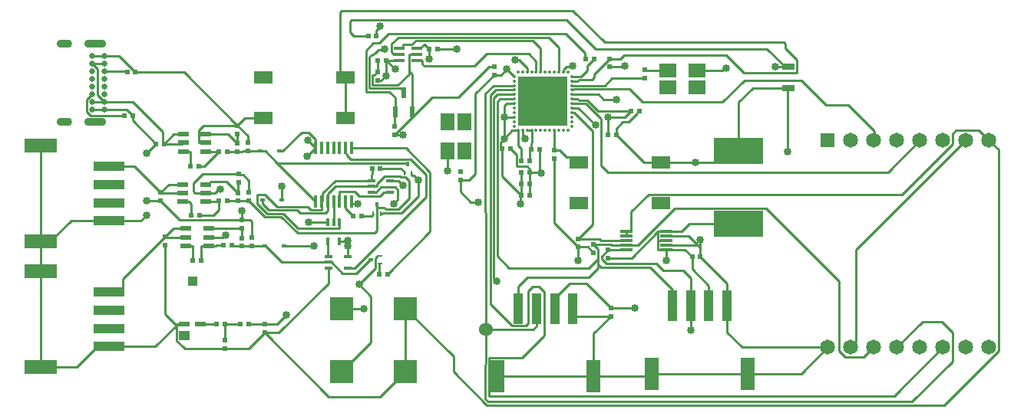
<source format=gbr>
%TF.GenerationSoftware,Altium Limited,Altium Designer,24.10.1 (45)*%
G04 Layer_Physical_Order=1*
G04 Layer_Color=255*
%FSLAX45Y45*%
%MOMM*%
%TF.SameCoordinates,2EBBFB3B-01A8-4DF5-8D17-AA19E7DB42BB*%
%TF.FilePolarity,Positive*%
%TF.FileFunction,Copper,L1,Top,Signal*%
%TF.Part,Single*%
G01*
G75*
%TA.AperFunction,SMDPad,CuDef*%
%ADD10R,2.10000X1.40000*%
%ADD11R,0.55000X0.55000*%
%ADD12R,1.00000X1.00000*%
%ADD13R,1.25000X0.50000*%
%ADD14R,1.25000X1.00000*%
%ADD15R,0.62000X0.62000*%
%ADD16R,0.62000X0.62000*%
%ADD17R,1.50000X3.60000*%
%ADD18R,1.00000X3.40000*%
%ADD19R,1.40000X0.30000*%
%ADD20R,5.50000X2.95000*%
%ADD21O,0.35000X0.50000*%
%ADD22O,0.50000X0.35000*%
%ADD23R,5.40000X5.40000*%
%ADD24R,1.20000X0.40000*%
%ADD25R,0.55000X0.55000*%
%ADD26R,0.60000X1.25000*%
%ADD27R,1.90000X1.50000*%
%ADD28R,1.50000X1.90000*%
%ADD29R,1.45000X0.75000*%
%ADD30R,2.50000X2.50000*%
%ADD31R,1.20000X0.60000*%
%ADD32R,0.60000X0.46000*%
%ADD33R,0.28000X0.50000*%
%ADD34R,0.36000X0.50000*%
%ADD35R,0.85000X0.40000*%
%ADD36R,0.45000X1.47500*%
%ADD37R,0.40000X0.85000*%
%ADD38R,0.50000X0.36000*%
%ADD39R,0.50000X0.28000*%
%ADD40R,3.60000X1.50000*%
%ADD41R,3.40000X1.00000*%
%TA.AperFunction,Conductor*%
%ADD42C,0.25400*%
%TA.AperFunction,ComponentPad*%
%ADD43C,1.65000*%
%ADD44R,1.65000X1.65000*%
%TA.AperFunction,ViaPad*%
%ADD45C,1.52400*%
%TA.AperFunction,ComponentPad*%
%ADD46C,0.65000*%
%ADD47O,1.70000X0.90000*%
%ADD48O,2.40000X0.90000*%
%TA.AperFunction,ViaPad*%
%ADD49C,0.85000*%
%ADD50C,0.50000*%
D10*
X9755002Y5335001D02*
D03*
X8845001D02*
D03*
X9755002Y4884999D02*
D03*
X8845001D02*
D03*
X5365003Y5825002D02*
D03*
X6275004D02*
D03*
X5365003Y6275004D02*
D03*
X6275004D02*
D03*
D11*
X5130002Y4609998D02*
D03*
Y4700001D02*
D03*
X9010000Y4425000D02*
D03*
Y4334998D02*
D03*
X9169999Y4369999D02*
D03*
Y4280002D02*
D03*
X8840003Y4489999D02*
D03*
Y4400001D02*
D03*
X8570001Y5379999D02*
D03*
Y5470002D02*
D03*
X9180000Y6479997D02*
D03*
Y6390000D02*
D03*
X9570002Y6265001D02*
D03*
Y6354999D02*
D03*
X7540000Y5139998D02*
D03*
Y5230000D02*
D03*
X6812885Y5732861D02*
D03*
Y5642859D02*
D03*
X5084542Y4908499D02*
D03*
Y4998502D02*
D03*
X5090002Y5115003D02*
D03*
Y5205000D02*
D03*
X5080803Y5455498D02*
D03*
Y5545501D02*
D03*
Y5651800D02*
D03*
Y5741802D02*
D03*
X5130002Y4500001D02*
D03*
Y4409999D02*
D03*
D12*
X4582500Y4025001D02*
D03*
D13*
X4494997Y3550001D02*
D03*
X4669998D02*
D03*
D14*
X4494997Y3424997D02*
D03*
D15*
X5240000Y4502003D02*
D03*
Y4409999D02*
D03*
X4940000Y3277997D02*
D03*
Y3370001D02*
D03*
X5379999Y3545997D02*
D03*
Y3453999D02*
D03*
X9200002Y3633998D02*
D03*
Y3726002D02*
D03*
X7910002Y6304001D02*
D03*
Y6395999D02*
D03*
X6622882Y6333861D02*
D03*
Y6241857D02*
D03*
X4232102Y5000498D02*
D03*
Y4908499D02*
D03*
X5204963Y5000498D02*
D03*
Y4908499D02*
D03*
X5195103Y5553400D02*
D03*
Y5461401D02*
D03*
X4280002Y4418000D02*
D03*
Y4509999D02*
D03*
D16*
X5114000Y3550001D02*
D03*
X5205999D02*
D03*
X4940000D02*
D03*
X4848001D02*
D03*
X10185999Y4289999D02*
D03*
X10094001D02*
D03*
X8410001Y5476276D02*
D03*
X8318002D02*
D03*
X9418001Y5900000D02*
D03*
X9510000D02*
D03*
X9164000Y5639999D02*
D03*
X9255999D02*
D03*
X8299999Y5100000D02*
D03*
X8208000D02*
D03*
X8299999Y4974575D02*
D03*
X8208000D02*
D03*
X8213999Y5350850D02*
D03*
X8305998D02*
D03*
X7997998Y5490002D02*
D03*
X8090002D02*
D03*
X6628882Y6463284D02*
D03*
X6720886D02*
D03*
X8212003Y5225425D02*
D03*
X8304002D02*
D03*
X4656902Y5291501D02*
D03*
X4564898D02*
D03*
X4663902Y4751974D02*
D03*
X4571898D02*
D03*
X4873112Y4908499D02*
D03*
X4965116D02*
D03*
X4877603Y5456601D02*
D03*
X4969601D02*
D03*
X4179900Y5541498D02*
D03*
X4271899D02*
D03*
X4589800Y4254698D02*
D03*
X4681799D02*
D03*
X5016800Y4419798D02*
D03*
X4924801D02*
D03*
D17*
X10710001Y2999999D02*
D03*
X9649998D02*
D03*
X9010000Y2970002D02*
D03*
X7950002D02*
D03*
D18*
X10479999Y3750000D02*
D03*
X10280000D02*
D03*
X10080000D02*
D03*
X9880001D02*
D03*
X8779998Y3720003D02*
D03*
X8579998D02*
D03*
X8379998D02*
D03*
X8179999D02*
D03*
D19*
X9369257Y4569998D02*
D03*
Y4520001D02*
D03*
Y4469999D02*
D03*
Y4420001D02*
D03*
Y4369999D02*
D03*
X9809256D02*
D03*
Y4420001D02*
D03*
Y4469999D02*
D03*
Y4520001D02*
D03*
Y4569998D02*
D03*
D20*
X10610002Y5464998D02*
D03*
Y4655002D02*
D03*
D21*
X8175000Y5690428D02*
D03*
X8225003D02*
D03*
X8275000D02*
D03*
X8325002D02*
D03*
X8375000D02*
D03*
X8425002D02*
D03*
X8475000D02*
D03*
X8525002D02*
D03*
X8574999D02*
D03*
X8625002D02*
D03*
X8674999D02*
D03*
X8725002D02*
D03*
Y6330427D02*
D03*
X8674999D02*
D03*
X8625002D02*
D03*
X8574999D02*
D03*
X8525002D02*
D03*
X8475000D02*
D03*
X8425002D02*
D03*
X8375000D02*
D03*
X8325002D02*
D03*
X8275000D02*
D03*
X8225003D02*
D03*
X8175000D02*
D03*
D22*
X8770000Y5735427D02*
D03*
Y5785424D02*
D03*
Y5835426D02*
D03*
Y5885424D02*
D03*
Y5935426D02*
D03*
Y5985424D02*
D03*
Y6035426D02*
D03*
Y6085423D02*
D03*
Y6135426D02*
D03*
Y6185428D02*
D03*
Y6235426D02*
D03*
Y6285428D02*
D03*
X8130002D02*
D03*
Y6235426D02*
D03*
Y6185428D02*
D03*
Y6135426D02*
D03*
Y6085423D02*
D03*
Y6035426D02*
D03*
Y5985424D02*
D03*
Y5935426D02*
D03*
Y5885424D02*
D03*
Y5835426D02*
D03*
Y5785424D02*
D03*
Y5735427D02*
D03*
D23*
X8450001Y6010427D02*
D03*
D24*
X6867296Y6462857D02*
D03*
Y6527861D02*
D03*
Y6592860D02*
D03*
X7057299D02*
D03*
Y6527861D02*
D03*
Y6462857D02*
D03*
D25*
X6612885Y6727861D02*
D03*
X6522883D02*
D03*
X7287885Y6587861D02*
D03*
X7197882D02*
D03*
X9014999Y6480002D02*
D03*
X8925002D02*
D03*
X6565001Y5270002D02*
D03*
X6654998D02*
D03*
X6645001Y4100002D02*
D03*
X6734998D02*
D03*
X6445001Y4740001D02*
D03*
X6354999D02*
D03*
X3925001Y5850001D02*
D03*
X3834999D02*
D03*
X3954998Y6330000D02*
D03*
X3865001D02*
D03*
D26*
X6817385Y5892861D02*
D03*
X7008383D02*
D03*
X6912884Y6102858D02*
D03*
D27*
X10149998Y6167498D02*
D03*
X9829999D02*
D03*
X10149998Y6352502D02*
D03*
X9829999D02*
D03*
D28*
X7582499Y5779999D02*
D03*
Y5459999D02*
D03*
X7397501Y5779999D02*
D03*
Y5459999D02*
D03*
D29*
X11156914Y6159998D02*
D03*
Y6390000D02*
D03*
D30*
X6230000Y3019999D02*
D03*
Y3719998D02*
D03*
X6929999Y3019999D02*
D03*
Y3719998D02*
D03*
D31*
X4728530Y4902398D02*
D03*
Y4997399D02*
D03*
Y5092400D02*
D03*
X4478528D02*
D03*
Y4997399D02*
D03*
Y4902398D02*
D03*
X4733900Y5456601D02*
D03*
Y5551602D02*
D03*
Y5646603D02*
D03*
X4483903D02*
D03*
Y5551602D02*
D03*
Y5456601D02*
D03*
X4510801Y4413702D02*
D03*
Y4508698D02*
D03*
Y4603699D02*
D03*
X4760798D02*
D03*
Y4508698D02*
D03*
Y4413702D02*
D03*
D32*
X5564998Y4920000D02*
D03*
X5355001D02*
D03*
X5544998Y5459999D02*
D03*
X5335001D02*
D03*
X5595000Y4409999D02*
D03*
X5384998D02*
D03*
D33*
X6920001Y5220000D02*
D03*
X7000001D02*
D03*
X6660002Y4769998D02*
D03*
X6580002D02*
D03*
D34*
X6960001Y5320000D02*
D03*
X6620002Y4869998D02*
D03*
D35*
X6554998Y5135001D02*
D03*
Y5070003D02*
D03*
Y5004999D02*
D03*
X6765000D02*
D03*
Y5135001D02*
D03*
X6085002Y4295003D02*
D03*
Y4229999D02*
D03*
Y4165001D02*
D03*
X6294999D02*
D03*
Y4295003D02*
D03*
D36*
X5945002Y4906198D02*
D03*
X6010001D02*
D03*
X6074999D02*
D03*
X6139998D02*
D03*
X6205002D02*
D03*
X6270000D02*
D03*
X6334999D02*
D03*
Y5493802D02*
D03*
X6270000D02*
D03*
X6205002D02*
D03*
X6139998D02*
D03*
X6074999D02*
D03*
X6010001D02*
D03*
X5945002D02*
D03*
D37*
X6205002Y4675002D02*
D03*
X6139998D02*
D03*
X6074999D02*
D03*
Y4465000D02*
D03*
X6205002D02*
D03*
D38*
X6550000Y4260002D02*
D03*
D39*
X6649999Y4300002D02*
D03*
Y4220002D02*
D03*
D40*
X2910002Y4460001D02*
D03*
Y5519999D02*
D03*
Y3070001D02*
D03*
Y4129999D02*
D03*
D41*
X3659998Y4689998D02*
D03*
Y4889998D02*
D03*
Y5090003D02*
D03*
Y5290002D02*
D03*
Y3299998D02*
D03*
Y3499998D02*
D03*
Y3700003D02*
D03*
Y3900002D02*
D03*
D42*
X11717020Y3248660D02*
Y4018280D01*
X10909300Y4826000D02*
X11717020Y4018280D01*
X10644398Y3290001D02*
X11590000D01*
X7851140Y2755900D02*
X12325899D01*
X12860001Y3290001D01*
X11299739Y2999740D02*
X11590000Y3290001D01*
X12847321Y3573780D02*
X12966701Y3454400D01*
X7843520Y2689860D02*
X12522200D01*
X12966701Y3134360D01*
Y3454400D01*
X9169400Y5227320D02*
X12253321D01*
X12606000Y5579999D01*
X11820000Y5970000D02*
X12104280Y5685720D01*
X11296680Y6243320D02*
X11570000Y5970000D01*
X11820000D01*
X13473201Y3250423D02*
Y5474797D01*
X13367999Y5579999D02*
X13473201Y5474797D01*
X12410440Y4980940D02*
X12966701Y5537200D01*
Y5651861D01*
X13004439Y5689600D02*
X13258398D01*
X12966701Y5651861D02*
X13004439Y5689600D01*
X11904980Y3350981D02*
Y4370979D01*
X13114000Y5579999D01*
X9369257Y4569998D02*
X9423400D01*
Y4792980D01*
X9611360Y4980940D01*
X12410440D01*
X11717020Y3248660D02*
X11785600Y3180080D01*
X11988079D01*
X12098000Y3290001D01*
X12352000D02*
X12635779Y3573780D01*
X12847321D01*
X11844000Y3290001D02*
X11904980Y3350981D01*
X12104280Y5586279D02*
Y5685720D01*
X12098000Y5579999D02*
X12104280Y5586279D01*
X13258398Y5689600D02*
X13367999Y5579999D01*
X8767483Y6392776D02*
X8778887Y6404180D01*
X8701141Y6753860D02*
X8910202Y6544799D01*
X8710000Y6910000D02*
X9030000Y6590000D01*
X12877235Y2654463D02*
X13473201Y3250423D01*
X7828859Y2654463D02*
X12877235D01*
X7460981Y3022341D02*
X7828859Y2654463D01*
X7460981Y3022341D02*
Y3189016D01*
X6929999Y3719998D02*
X7460981Y3189016D01*
X10673080Y6243320D02*
X11296680D01*
X10429555Y5999795D02*
X10673080Y6243320D01*
X9550205Y5999795D02*
X10429555D01*
X9404772Y6145228D02*
X9550205Y5999795D01*
X8789900Y6145228D02*
X9404772D01*
X8780098Y6135426D02*
X8789900Y6145228D01*
X8770000Y6135426D02*
X8780098D01*
X9093200Y5303520D02*
X9169400Y5227320D01*
X9093200Y5303520D02*
Y5814060D01*
X8921836Y5985424D02*
X9093200Y5814060D01*
X8770000Y5985424D02*
X8921836D01*
X7815580Y2717800D02*
X7820000Y3490000D01*
X7815580Y2717800D02*
X7843520Y2689860D01*
X10710001Y2999740D02*
X11299739D01*
X7928508Y6135426D02*
X8130002D01*
X7870000Y6076917D02*
X7928508Y6135426D01*
X7870000Y3764592D02*
Y6076917D01*
Y3764592D02*
X8107294Y3527298D01*
X8259526D01*
X8288228Y3556000D01*
Y3911600D01*
X8339028Y3962400D01*
X8405104D01*
X8463280Y3904224D01*
Y3423920D02*
Y3904224D01*
X8214360Y3175000D02*
X8463280Y3423920D01*
X7851140Y3175000D02*
X8214360D01*
X7851140Y2755900D02*
Y3175000D01*
X10479999Y3454400D02*
Y3750000D01*
Y3454400D02*
X10644398Y3290001D01*
X9906000Y4826000D02*
X10909300D01*
X9500001Y4420001D02*
X9906000Y4826000D01*
X9369257Y4420001D02*
X9500001D01*
X9164320Y5831840D02*
X9349841D01*
X9116862Y6030000D02*
X9260000D01*
X9208355Y6265001D02*
X9570002D01*
X9128782Y6185428D02*
X9208355Y6265001D01*
X8770000Y6185428D02*
X9128782D01*
X10479999Y3750000D02*
Y3995999D01*
X7950002Y2970002D02*
X9010000D01*
X8839754Y5935426D02*
X9027160Y5748020D01*
X8937308Y6020824D02*
X9058132Y5900000D01*
X8847703Y6020824D02*
X8937308D01*
X8793587Y5885424D02*
X8999220Y5679791D01*
X8770000Y5885424D02*
X8793587D01*
X8770000Y6085423D02*
X9061438D01*
X9116862Y6030000D01*
X8833100Y6035426D02*
X8847703Y6020824D01*
X8770000Y6035426D02*
X8833100D01*
X9011882Y6311880D02*
X9180000Y6479997D01*
X9011882Y6273528D02*
Y6311880D01*
X8988382Y6250028D02*
X9011882Y6273528D01*
X9030000Y6590000D02*
X10921913D01*
X6663543Y6241857D02*
X6720886Y6289863D01*
Y6463284D01*
X6693796Y6578596D02*
X6705200Y6590000D01*
X6650000Y6830576D02*
Y6840000D01*
X9755002Y5335001D02*
X10129520D01*
X9560997D02*
X9755002D01*
X8787699Y5392298D02*
X8845001Y5335001D01*
X8713302Y5392298D02*
X8787699D01*
X8635599Y5470002D02*
X8713302Y5392298D01*
X8570001Y5470002D02*
X8635599D01*
X9255999Y5639999D02*
X9560997Y5335001D01*
X5204963Y5000498D02*
Y5134963D01*
X5144081Y5195845D02*
X5204963Y5134963D01*
X7540000Y5010000D02*
Y5139998D01*
X7652880Y4897120D02*
X7737881D01*
X7540000Y5010000D02*
X7652880Y4897120D01*
X7540000Y5139998D02*
X7629998D01*
X7698740Y5208740D01*
Y6092739D01*
X7910002Y6304001D01*
X5087272Y5112272D02*
X5090002Y5115003D01*
X5087272Y5001232D02*
Y5112272D01*
X5084542Y4998502D02*
X5087272Y5001232D01*
X5089455Y5205547D02*
X5099158Y5195845D01*
X4695007Y5205547D02*
X5089455D01*
X4592601Y5103141D02*
X4695007Y5205547D01*
X4592601Y5012278D02*
Y5103141D01*
Y5012278D02*
X4607480Y4997399D01*
X4728530D01*
X5099158Y5195845D02*
X5144081D01*
X4728530Y4997399D02*
X4831272D01*
X8020000Y5600000D02*
X8110428Y5690428D01*
X8175000D01*
X8025426Y5835426D02*
X8130002D01*
X8020000Y5830000D02*
X8025426Y5835426D01*
X8045424Y5985424D02*
X8130002D01*
X8020000Y5960000D02*
X8045424Y5985424D01*
X8020000Y5830000D02*
Y5960000D01*
X9164000Y5639999D02*
Y5831840D01*
X9806940Y4246880D02*
Y4369999D01*
X7000001Y5194107D02*
X7020753D01*
X8020000Y5600000D02*
Y5830000D01*
X7980000Y5555321D02*
X8020000Y5595321D01*
Y5600000D01*
X7980000Y5507999D02*
X7997998Y5490002D01*
X7980000Y5507999D02*
Y5555321D01*
X4873112Y4813112D02*
Y4908499D01*
X4663902Y4751974D02*
X4811974D01*
X4873112Y4813112D01*
X4858771Y4902398D02*
X4873112Y4908499D01*
X4831272Y4997399D02*
X4873872Y5040000D01*
X4890000D01*
X4758530Y5092400D02*
X4775830Y5109700D01*
Y5111000D01*
X4790709Y5125880D02*
X4957164D01*
X5084542Y4998502D01*
X4728530Y5092400D02*
X4758530D01*
X4775830Y5111000D02*
X4790709Y5125880D01*
X4760798Y4508698D02*
X4912570D01*
X4933872Y4530000D01*
X4950000D01*
X4232102Y4908499D02*
X4440601Y4700001D01*
X5130002D01*
X6605935Y6550055D02*
X6634476Y6578596D01*
X6693796D01*
X6533037Y6502557D02*
X6601697Y6546641D01*
X6605935Y6550055D01*
X6578600Y6651650D02*
X6641490D01*
X6743700Y6753860D01*
X6497635Y6570685D02*
X6578600Y6651650D01*
X6612885Y6793461D02*
X6650000Y6830576D01*
X6612885Y6727861D02*
Y6793461D01*
X6497635Y6116635D02*
Y6570685D01*
X6320000Y6770000D02*
X6362139Y6727861D01*
X6334879Y6910000D02*
X8710000D01*
X6320000Y6770000D02*
Y6895121D01*
X6362139Y6727861D02*
X6522883D01*
X6320000Y6895121D02*
X6334879Y6910000D01*
X5130002Y4700001D02*
X5225121D01*
X5240000Y4685122D01*
Y4502003D02*
Y4685122D01*
X5130001Y4700002D02*
Y4799999D01*
X5130000Y4800000D02*
X5130001Y4799999D01*
Y4700002D02*
X5130002Y4700001D01*
X5567499Y4924499D02*
X5571998Y4920000D01*
X5567499Y4924499D02*
Y5067499D01*
X5570000Y5070000D01*
X6205002Y4465000D02*
X6294999D01*
X8306714Y5222713D02*
X8427287D01*
X8304002Y5225425D02*
X8306714Y5222713D01*
X8427287D02*
X8430000Y5220000D01*
X8410001Y5256127D02*
X8430000Y5236128D01*
Y5220000D02*
Y5236128D01*
X8410001Y5256127D02*
Y5476276D01*
X8204000Y4884000D02*
Y4970575D01*
X8208000Y4974575D01*
X8200000Y4880000D02*
X8204000Y4884000D01*
X8175000Y5522570D02*
Y5685526D01*
X7908895Y4049425D02*
Y6048894D01*
X7945424Y6085423D02*
X8130002D01*
X7908895Y6048894D02*
X7945424Y6085423D01*
X7908895Y4049425D02*
X7934960Y4023360D01*
X7975426Y6035426D02*
X8130002D01*
X7944297Y6004297D02*
X7975426Y6035426D01*
X7944297Y4299702D02*
Y6004297D01*
Y4299702D02*
X8078399Y4165600D01*
X7815580Y6093460D02*
X7820000Y3490000D01*
X7815580Y6093460D02*
X7907548Y6185428D01*
X6597700Y4167699D02*
Y4273241D01*
X6420000Y3990000D02*
X6597700Y4167699D01*
Y4273241D02*
X6624460Y4300002D01*
X6420000Y3990000D02*
X6553200Y3856800D01*
Y3343199D02*
Y3856800D01*
X6230000Y3019999D02*
X6553200Y3343199D01*
X9094531Y4469999D02*
X9369257D01*
X9074529Y4490000D02*
X9094531Y4469999D01*
X8840004Y4490000D02*
X9074529D01*
X8840003Y4489999D02*
X8840004Y4490000D01*
X9366957Y4472299D02*
X9369257Y4469999D01*
X8840004Y4490000D02*
X8999220Y4649216D01*
X9185000Y6395000D02*
X9345000D01*
X9350000Y6400000D01*
X9180000Y6390000D02*
X9185000Y6395000D01*
X6210300Y6275004D02*
Y6995121D01*
X9180000Y6479997D02*
X9299606D01*
X8847703Y6250028D02*
X8988382D01*
X8833100Y6235426D02*
X8847703Y6250028D01*
X8770000Y6235426D02*
X8833100D01*
X9299606Y6479997D02*
X9342329Y6522720D01*
X10467340D01*
X10668000Y6322060D01*
X11252200D01*
Y6467800D01*
X11120000Y6600000D02*
X11252200Y6467800D01*
X11120000Y6600000D02*
Y6645121D01*
X11105121Y6660000D02*
X11120000Y6645121D01*
X9130000Y6660000D02*
X11105121D01*
X8780000Y7010000D02*
X9130000Y6660000D01*
X6225179Y7010000D02*
X8780000D01*
X6210300Y6995121D02*
X6225179Y7010000D01*
X6210300Y6275004D02*
X6275004D01*
X9349841Y5831840D02*
X9418001Y5900000D01*
X9058132D02*
X9418001D01*
X9491700Y5881700D02*
X9510000Y5900000D01*
X9491700Y5879596D02*
Y5881700D01*
X9396452Y5784348D02*
X9491700Y5879596D01*
X9331248Y5784348D02*
X9396452D01*
X9255999Y5709099D02*
X9331248Y5784348D01*
X9255999Y5639999D02*
Y5709099D01*
X9572499Y6352502D02*
X9829999D01*
X9570002Y6354999D02*
X9572499Y6352502D01*
X10428874D02*
X10453871Y6377498D01*
X10149998Y6352502D02*
X10428874D01*
X10453871Y6377498D02*
X10469999D01*
X8870099Y6285428D02*
X8935149Y6350478D01*
Y6400152D01*
X9014999Y6480002D01*
X8770000Y6285428D02*
X8870099D01*
X8910202Y6494802D02*
Y6544799D01*
Y6494802D02*
X8925002Y6480002D01*
X6743700Y6753860D02*
X8701141D01*
X6497635Y6116635D02*
X6753545D01*
X6817385Y6052795D01*
Y5892861D02*
Y6052795D01*
X11150000Y5450000D02*
Y6153083D01*
X11156914Y6159998D01*
X10769600D02*
X11156914D01*
X10921913Y6590000D02*
X11121913Y6390000D01*
X8709764Y6392776D02*
X8767483D01*
X8676836Y6359848D02*
X8709764Y6392776D01*
X8676836Y6333726D02*
Y6359848D01*
X8674999Y6331890D02*
X8676836Y6333726D01*
X11010000Y6390000D02*
X11121913D01*
X8674999Y6330427D02*
Y6331890D01*
X9806940Y4369999D02*
X9809256D01*
X9715500D02*
X9806940D01*
X9715500Y4469999D02*
Y4569998D01*
Y4369999D02*
Y4469999D01*
X6720886Y6463284D02*
X6721312Y6462857D01*
X6819555Y6364615D01*
X10609580Y5464998D02*
Y5999978D01*
X6972300Y6309360D02*
Y6345443D01*
X7008383Y5838358D02*
X7227926Y6057900D01*
X6812885Y5642859D02*
X7008383Y5838358D01*
X10185999Y4392402D02*
Y4478020D01*
X10158400Y4420001D02*
X10185999Y4392402D01*
X10058400Y4520001D02*
X10158400Y4420001D01*
X9649998Y2999740D02*
X10710001D01*
X6334999Y4879340D02*
X6408420D01*
X5867400Y4676140D02*
X6074999D01*
X4387601Y3550001D02*
X4425396D01*
X4409801Y3534405D02*
X4425396Y3550001D01*
X4175394Y3299998D02*
X4409801Y3534405D01*
X5205999Y3550001D02*
X5513421D01*
X5509417Y3545997D02*
X5513421Y3550001D01*
X7119996Y6420526D02*
Y6462857D01*
X6906260Y6592860D02*
Y6637020D01*
X6620002Y4838700D02*
X6695440D01*
X6620002Y4580382D02*
Y4838700D01*
X5354320Y4876800D02*
Y4920000D01*
X3536376Y6081136D02*
X3614044Y6003468D01*
X3929715Y5999998D02*
X4253601Y5676113D01*
X3926246Y6003468D02*
X3929715Y5999998D01*
X9060200Y4267200D02*
Y4374799D01*
Y4211300D02*
Y4267200D01*
Y4165600D02*
Y4211300D01*
X6294999Y4465000D02*
Y4471899D01*
Y4409999D02*
Y4465000D01*
Y4295003D02*
Y4409999D01*
X6230000Y3721100D02*
X6471920D01*
X8840003Y4246880D02*
Y4400001D01*
X9200002Y3726002D02*
X9466580D01*
X6622882Y6241857D02*
X6663543D01*
X6334999Y5493802D02*
X6940555D01*
X7205721Y5228636D01*
Y4570725D02*
Y5228636D01*
X6734998Y4100002D02*
X7205721Y4570725D01*
X6270000Y5442549D02*
Y5493802D01*
Y5442549D02*
X6289797Y5422753D01*
Y5410647D02*
Y5422753D01*
Y5410647D02*
X6332748Y5367701D01*
X6987921D01*
X7160001Y5195621D01*
Y4950003D02*
Y5195621D01*
X6374999Y4165001D02*
X7160001Y4950003D01*
X6294999Y4165001D02*
X6374999D01*
X3659998Y3299998D02*
X4175394D01*
X5379999Y3453999D02*
X5538059D01*
X6085002Y4000942D01*
Y4165001D01*
X6662420Y5059680D02*
X6819900D01*
X9809256Y4420001D02*
X10158400D01*
X10185999Y4289999D02*
Y4392402D01*
X9809256Y4520001D02*
X10058400D01*
X6074999Y4675002D02*
Y4676140D01*
X10480004Y5335001D02*
X10610002Y5464998D01*
X10129520Y5335001D02*
X10480004D01*
X8225003Y5625617D02*
Y5690428D01*
Y5625617D02*
X8255000Y5595620D01*
X5379999Y3545997D02*
X5509417D01*
X5513421Y3550001D02*
X5615940Y3652520D01*
X8999220Y4649216D02*
Y5679791D01*
X7197882Y6474938D02*
Y6587861D01*
X8275000Y6330427D02*
Y6375720D01*
X8181340Y6469380D02*
X8275000Y6375720D01*
X8138160Y6469380D02*
X8181340D01*
X8770000Y5935426D02*
X8839754D01*
X5854400Y5584403D02*
X5945002Y5493802D01*
X6765000Y5135001D02*
X6854642D01*
X6906372Y5083272D01*
X6230000Y3719998D02*
Y3721100D01*
X6533037Y6152037D02*
Y6502557D01*
Y6152037D02*
X6882247D01*
X6912884Y6121400D01*
Y6102858D02*
Y6121400D01*
X7397501Y5237480D02*
Y5459999D01*
X6804660Y4879340D02*
X6850380Y4925060D01*
X6819900Y5059680D02*
X6850380Y5029200D01*
X6554998Y5004999D02*
X6607739D01*
X6662420Y5059680D01*
X6812885Y5642859D02*
X6908800D01*
X6334999Y4879340D02*
Y4906198D01*
X6850380Y4925060D02*
Y5029200D01*
X6660002Y4769998D02*
X6692336Y4778736D01*
X6891853D01*
X7073900Y4960783D01*
Y5140960D01*
X7000001Y5194107D02*
Y5220000D01*
X7020753Y5194107D02*
X7073900Y5140960D01*
X6554998Y5070003D02*
X6621780D01*
Y5095240D01*
X6705600Y5179060D01*
X6875780D01*
X6883400Y5171440D01*
X6934200D01*
X6977380Y5128260D01*
Y4938598D02*
Y5128260D01*
X6852920Y4814138D02*
X6977380Y4938598D01*
X6720002Y4814138D02*
X6852920D01*
X6695440Y4838700D02*
X6720002Y4814138D01*
X6620002Y4838700D02*
Y4869998D01*
X6593840Y4554220D02*
X6620002Y4580382D01*
X5742940Y4554220D02*
X6593840D01*
X5562600Y4734560D02*
X5742940Y4554220D01*
X5378902Y4734560D02*
X5562600D01*
X5204963Y4908499D02*
X5378902Y4734560D01*
X5595000Y4409999D02*
X5924398D01*
X6812885Y5888360D02*
X6817385Y5892861D01*
X6812885Y5732861D02*
Y5888360D01*
X7287885Y6587861D02*
X7496642D01*
X8179999Y3720003D02*
Y3962400D01*
X8281599Y4064000D01*
X8958600D01*
X9060200Y4165600D01*
X8078399D02*
X8958600D01*
X9060200Y4267200D01*
X9010000Y4425000D02*
X9060200Y4374799D01*
X4253601Y5559801D02*
X4271899Y5541498D01*
X3610574Y5999998D02*
X3929715D01*
X6867296Y6592860D02*
X6906260D01*
Y6637020D02*
X7000240D01*
X7045777Y6682557D01*
X8338825D01*
X8425002Y6596380D01*
Y6330427D02*
Y6596380D01*
X4498340Y3277997D02*
X4940000D01*
X4476339Y3299998D02*
X4498340Y3277997D01*
X4475394Y3299998D02*
X4476339D01*
X4409801Y3365597D02*
X4475394Y3299998D01*
X4409801Y3365597D02*
Y3534405D01*
X4425396Y3550001D02*
X4494997D01*
X4280002Y3657600D02*
Y4418000D01*
Y3657600D02*
X4387601Y3550001D01*
X7910002Y6304001D02*
X7990200D01*
X8050814Y6364615D01*
X8213999Y5350850D02*
Y5483570D01*
X8175000Y5522570D02*
X8213999Y5483570D01*
X9715500Y4469999D02*
X9809256D01*
X9715500Y4569998D02*
X9809256D01*
X6807200Y6527861D02*
X6867296D01*
X6781800Y6553261D02*
X6807200Y6527861D01*
X6781800Y6553261D02*
Y6647180D01*
X6852580Y6717960D01*
X8511042D01*
X8625002Y6604000D01*
Y6330427D02*
Y6604000D01*
X6721312Y6462857D02*
X6867296D01*
X8375000Y6330427D02*
Y6453520D01*
X8293938Y6534582D02*
X8375000Y6453520D01*
X7829982Y6534582D02*
X8293938D01*
X7696200Y6400800D02*
X7829982Y6534582D01*
X7139722Y6400800D02*
X7696200D01*
X7119996Y6420526D02*
X7139722Y6400800D01*
X7057299Y6462857D02*
X7119996D01*
X6972300Y6345443D02*
Y6527861D01*
Y6345443D02*
X7008383Y6309360D01*
Y5892861D02*
Y6309360D01*
X6972300Y6527861D02*
X7057299D01*
X6850380Y6187440D02*
X6972300Y6309360D01*
X6568440Y6187440D02*
X6850380D01*
X6568440D02*
Y6296660D01*
X6585682D01*
X6622882Y6333861D01*
X8050814Y6364615D02*
X8130002Y6285428D01*
X7008383Y5838358D02*
Y5892861D01*
X7057299Y6592860D02*
X7095724D01*
X7144304Y6641440D01*
X7197882Y6587861D01*
X5164003Y5825002D02*
X5365003D01*
X5080803Y5741802D02*
X5164003Y5825002D01*
X7227926Y6057900D02*
X7513320D01*
X7851419Y6395999D01*
X7910002D01*
X6628882Y6399179D02*
Y6463284D01*
X6622882Y6393180D02*
X6628882Y6399179D01*
X6622882Y6333861D02*
Y6393180D01*
X8208000Y4974575D02*
Y5100000D01*
X8570001Y4670003D02*
X8840003Y4400001D01*
X8570001Y4670003D02*
Y5379999D01*
X8840003Y4400001D02*
X8944996D01*
X9010000Y4334998D01*
X7997998Y5184577D02*
X8208000Y4974575D01*
X7997998Y5184577D02*
Y5490002D01*
X8208000Y5100000D02*
X8212003Y5104003D01*
Y5225425D01*
X9809256Y4369999D02*
X10014001D01*
X10094001Y4289999D01*
X8926002Y4000002D02*
X9200002Y3726002D01*
X8739998Y4000002D02*
X8926002D01*
X8579998Y3840002D02*
X8739998Y4000002D01*
X8579998Y3720003D02*
Y3840002D01*
X9169999Y4280002D02*
X9425503D01*
X9715500Y4569998D01*
X10094001Y4157939D02*
Y4289999D01*
Y4157939D02*
X10280000Y3971940D01*
Y3750000D02*
Y3971940D01*
X9809256Y4569998D02*
X9975952D01*
X10060955Y4655002D01*
X10610002D01*
X6205002Y4607560D02*
Y4675002D01*
X5744647Y4607560D02*
X6205002D01*
X5581401Y4770806D02*
X5744647Y4607560D01*
X5406974Y4770806D02*
X5581401D01*
X5300980Y4876800D02*
X5406974Y4770806D01*
X5300980Y4876800D02*
Y4975860D01*
X5384800D01*
X5514340Y4846320D01*
X5854700D01*
X5892800Y4808220D01*
X6010001D01*
Y4906198D01*
X6019480Y4915682D01*
Y4993630D01*
X6160851Y5135001D01*
X6554998D01*
Y5196840D01*
X6565001Y5206843D01*
Y5270002D01*
X6139998Y4675002D02*
Y4906198D01*
X6270000Y4824999D02*
Y4906198D01*
Y4824999D02*
X6354999Y4740001D01*
X6205002Y4906198D02*
Y5011420D01*
X6375400D01*
X6426200Y4960620D01*
X6648521D01*
X6692900Y5004999D01*
X6765000D01*
X6082299Y4295003D02*
X6085002D01*
X6074999Y4302303D02*
X6082299Y4295003D01*
X6074999Y4302303D02*
Y4465000D01*
X2910002Y3070001D02*
Y4129999D01*
Y4460001D01*
Y5519999D01*
Y3070001D02*
X3310001D01*
X3539998Y3299998D01*
X3659998D01*
X2910002Y4460001D02*
X3015000D01*
X3245002Y4689998D01*
X3659998D01*
X4940000Y3277997D02*
X5203998D01*
X5379999Y3453999D01*
X3659998Y4689998D02*
X4013601D01*
X4074201Y4750598D01*
Y5435798D02*
X4179900Y5541498D01*
X4074201Y4908499D02*
X4232102D01*
X5379999Y3453999D02*
X6088258Y2745740D01*
X6655740D01*
X6929999Y3019999D01*
X3925001Y5796397D02*
X4179900Y5541498D01*
X3925001Y5796397D02*
Y5850001D01*
X6929999Y3019999D02*
Y3719998D01*
X3860002Y5915000D02*
X3925001Y5850001D01*
X3610574Y5915000D02*
X3860002D01*
X3475573D02*
X3610574D01*
X3475573Y6510000D02*
X3610574D01*
X3774999D01*
X3954998Y6330000D01*
X4492605D01*
X5080803Y5741802D01*
X10609580Y5999978D02*
X10769600Y6159998D01*
X10609580Y5464998D02*
X10610002D01*
X8304002Y5104003D02*
Y5225425D01*
X8299999Y5100000D02*
X8304002Y5104003D01*
X5080803Y5741802D02*
X5195103Y5627502D01*
Y5553400D02*
Y5627502D01*
X8299999Y4974575D02*
Y5100000D01*
X4702942Y5741802D02*
X5080803D01*
X4650740Y5689600D02*
X4702942Y5741802D01*
X4650740Y5551602D02*
Y5689600D01*
Y5551602D02*
X4733900D01*
X9369257Y4520001D02*
Y4569998D01*
X8304002Y5225425D02*
Y5257800D01*
X8273522Y5288280D02*
X8304002Y5257800D01*
X8158480Y5288280D02*
X8273522D01*
X8158480D02*
Y5421523D01*
X8090002Y5490002D02*
X8158480Y5421523D01*
X10185999Y4289999D02*
X10479999Y3995999D01*
X10710001Y2999740D02*
Y2999999D01*
X9649998Y2999740D02*
Y2999999D01*
X9620001Y2970002D02*
X9649998Y2999999D01*
X9010000Y2970002D02*
X9620001D01*
X9010000D02*
Y3443996D01*
X9200002Y3633998D01*
X8817300D02*
X9200002D01*
X8779998Y3671301D02*
X8817300Y3633998D01*
X8779998Y3671301D02*
Y3720003D01*
X11121913Y6390000D02*
X11156914D01*
X4656902Y5291501D02*
X4712503D01*
X4877603Y5456601D01*
X4733900D02*
X4877603D01*
X4979700Y5646603D02*
X5080803Y5545501D01*
X4733900Y5646603D02*
X4979700D01*
X5080803Y5545501D02*
Y5651800D01*
X4483903Y5456601D02*
X4564898D01*
Y5291501D02*
Y5456601D01*
X4728530Y4902398D02*
X4858771D01*
X4478528D02*
X4546300D01*
X4571898Y4876800D01*
Y4751974D02*
Y4876800D01*
X4681799Y4254698D02*
Y4413702D01*
X4760798D01*
X4838700D01*
X4844796Y4419798D01*
X4924801D01*
X4760798Y4603699D02*
X4763953Y4606849D01*
X5126853D01*
X5130002Y4609998D01*
Y4500001D02*
Y4609998D01*
X4510801Y4413702D02*
X4589800D01*
Y4254698D02*
Y4413702D01*
X5079700Y5456601D02*
X5080803Y5455498D01*
X4969601Y5456601D02*
X5079700D01*
X5080803Y5455498D02*
X5133340D01*
X5139243Y5461401D01*
X5195103D01*
X5195799Y5460700D01*
X5334300D01*
X5335001Y5459999D01*
X5391201D01*
X5520812Y5330388D01*
X6960001Y5327000D01*
Y5320000D02*
Y5327000D01*
X5520812Y5330388D02*
X5945002Y4906198D01*
X5084542Y4908499D02*
X5204963D01*
X4965116D02*
X5084542D01*
X6160851Y5070003D02*
X6554998D01*
X6074999Y4984151D02*
X6160851Y5070003D01*
X6074999Y4906198D02*
Y4984151D01*
Y4800600D02*
Y4906198D01*
X6047059Y4772660D02*
X6074999Y4800600D01*
X5771429Y4772660D02*
X6047059D01*
X5737880Y4806208D02*
X5771429Y4772660D01*
X5424917Y4806208D02*
X5737880D01*
X5354320Y4876800D02*
X5424917Y4806208D01*
X5354320Y4920000D02*
X5355001D01*
X5130002Y4409999D02*
X5240000D01*
X5384998D01*
X5125100Y4414901D02*
X5130002Y4409999D01*
X5021702Y4414901D02*
X5125100D01*
X5016800Y4419798D02*
X5021702Y4414901D01*
X5384998Y4409999D02*
X5391998D01*
X5571998Y4229999D01*
X6085002D01*
X6120806D01*
X6240805Y4109999D01*
X6392997D01*
X6542999Y4260002D01*
X6550000D01*
X4940000Y3370001D02*
Y3550001D01*
X5114000D01*
X8305998Y5350850D02*
Y5464272D01*
X8318002Y5476276D01*
X8325002Y5623123D01*
Y5690428D01*
X8275000D02*
X8325002D01*
X4669998Y3550001D02*
X4848001D01*
X3475573Y5999998D02*
X3610574D01*
X3475573Y6425001D02*
X3610574D01*
X3475573D02*
X3536376Y6364199D01*
Y6081136D02*
Y6364199D01*
X3614044Y6003468D02*
X3926246D01*
X4253601Y5559801D02*
Y5676113D01*
X4271899Y5541498D02*
X4377004Y5646603D01*
X4483903D01*
X4271899Y5541498D02*
X4473799D01*
X4483903Y5551602D01*
X3610574Y6340003D02*
X3854999D01*
X3865001Y6330000D01*
X3462513Y5850001D02*
X3834999D01*
X3420374Y5892135D02*
X3462513Y5850001D01*
X3420374Y5892135D02*
Y6029803D01*
X3475573Y6085002D01*
X9880001Y3750000D02*
Y3929979D01*
X9631680Y4178300D02*
X9880001Y3929979D01*
X9093200Y4178300D02*
X9631680D01*
X9060200Y4211300D02*
X9093200Y4178300D01*
X9010000Y4425000D02*
X9202105D01*
X9207104Y4420001D01*
X9369257D01*
X8379998Y3530600D02*
Y3720003D01*
X8341294Y3491895D02*
X8379998Y3530600D01*
X7953345Y3491895D02*
X8341294D01*
X7820000Y3490000D02*
X7953345Y3491895D01*
X7907548Y6185428D02*
X8130002D01*
X10080000Y3482340D02*
Y3750000D01*
Y4056096D01*
X9995733Y4140363D02*
X10080000Y4056096D01*
X9778655Y4140363D02*
X9995733D01*
X9703613Y4215404D02*
X9778655Y4140363D01*
X9147490Y4215404D02*
X9703613D01*
X9095603Y4267291D02*
X9147490Y4215404D01*
X9095603Y4267291D02*
Y4295602D01*
X9169999Y4369999D01*
X9369257D01*
X6654998Y5270002D02*
X6880997D01*
X6920001Y5230998D01*
Y5220000D02*
Y5230998D01*
X6445001Y4740001D02*
X6560998D01*
X6580002Y4759000D01*
Y4769998D01*
X6645001Y4100002D02*
X6647500Y4102501D01*
Y4218701D01*
X6648801Y4220002D01*
X6649999D01*
X6275004Y5825002D02*
Y6275004D01*
X8570001Y5470002D02*
X8573165Y5473162D01*
Y5688589D01*
X8574999Y5690428D01*
X4232102Y5000498D02*
X4235201Y4997399D01*
X4478528D01*
X3942598Y5290002D02*
X4232102Y5000498D01*
X3659998Y5290002D02*
X3942598D01*
X4232102Y5000498D02*
X4324005Y5092400D01*
X4478528D01*
X5851205Y5400004D02*
X5945002Y5493802D01*
Y5585501D01*
X5863001Y5667502D02*
X5945002Y5585501D01*
X5787502Y5667502D02*
X5863001D01*
X5579999Y5459999D02*
X5787502Y5667502D01*
X5544998Y5459999D02*
X5579999D01*
X3659998Y3900002D02*
X3780003D01*
X3817300Y3937300D01*
Y4049405D01*
X4259600Y4491700D01*
X4280002Y4509999D01*
X4281302Y4508698D01*
X4510801D01*
X4280002Y4509999D02*
X4373702Y4603699D01*
X4510801D01*
D43*
X11590000Y3290001D02*
D03*
X12098000D02*
D03*
X13114000D02*
D03*
X12860001D02*
D03*
X12606000D02*
D03*
X12352000D02*
D03*
X11844000D02*
D03*
X13367999Y3293999D02*
D03*
Y5579999D02*
D03*
X11844000D02*
D03*
X12098000D02*
D03*
X12352000D02*
D03*
X12606000D02*
D03*
X12860001D02*
D03*
X13114000D02*
D03*
D44*
X11590000D02*
D03*
D45*
X7820000Y3490000D02*
D03*
D46*
X3610574Y6510000D02*
D03*
Y6425001D02*
D03*
Y6340003D02*
D03*
Y6254999D02*
D03*
Y6170000D02*
D03*
Y6085002D02*
D03*
Y5999998D02*
D03*
Y5915000D02*
D03*
X3475573D02*
D03*
Y5999998D02*
D03*
Y6085002D02*
D03*
Y6170000D02*
D03*
Y6254999D02*
D03*
Y6340003D02*
D03*
Y6425001D02*
D03*
Y6510000D02*
D03*
D47*
X3174573Y6645001D02*
D03*
Y5779999D02*
D03*
D48*
X3512576Y6645001D02*
D03*
Y5779999D02*
D03*
D49*
X9164000Y5832160D02*
D03*
X8778887Y6404180D02*
D03*
X9164320Y5831840D02*
D03*
X9260000Y6030000D02*
D03*
X9027160Y5748020D02*
D03*
X6720886Y6289863D02*
D03*
X6705200Y6590000D02*
D03*
X6650000Y6840000D02*
D03*
X8020000Y5830000D02*
D03*
X4890000Y5040000D02*
D03*
X4950000Y4530000D02*
D03*
X5130000Y4800000D02*
D03*
X5570000Y5070000D02*
D03*
X8430000Y5220000D02*
D03*
X8200000Y4880000D02*
D03*
X8020000Y5600000D02*
D03*
X7934960Y4023360D02*
D03*
X7737881Y4897120D02*
D03*
X6420000Y3990000D02*
D03*
X9350000Y6400000D02*
D03*
X10469999Y6377498D02*
D03*
X11150000Y5450000D02*
D03*
X11010000Y6390000D02*
D03*
X8840003Y4246880D02*
D03*
X9466580Y3726002D02*
D03*
X6819555Y6364615D02*
D03*
X5867400Y4676140D02*
D03*
X10129520Y5335001D02*
D03*
X8255000Y5595620D02*
D03*
X5615940Y3652520D02*
D03*
X7197882Y6474938D02*
D03*
X8138160Y6469380D02*
D03*
X5854400Y5584403D02*
D03*
X6906372Y5083272D02*
D03*
X6294999Y4471899D02*
D03*
X6471920Y3721100D02*
D03*
X7397501Y5237480D02*
D03*
X6804660Y4879340D02*
D03*
X6908800Y5642859D02*
D03*
X6408420Y4879340D02*
D03*
X7073900Y5140960D02*
D03*
X6294999Y4409999D02*
D03*
X5924398D02*
D03*
X7496642Y6587861D02*
D03*
X8050814Y6364615D02*
D03*
X9806940Y4246880D02*
D03*
X4074201Y4750598D02*
D03*
Y5435798D02*
D03*
Y4908499D02*
D03*
X10185999Y4478020D02*
D03*
X10080000Y3482340D02*
D03*
X5851205Y5400004D02*
D03*
D50*
X8230001Y5790428D02*
D03*
Y5900425D02*
D03*
Y6010427D02*
D03*
Y6120425D02*
D03*
Y6230427D02*
D03*
X8339999Y5790428D02*
D03*
Y5900425D02*
D03*
Y6010427D02*
D03*
Y6120425D02*
D03*
Y6230427D02*
D03*
X8450001Y5790428D02*
D03*
Y5900425D02*
D03*
Y6010427D02*
D03*
Y6120425D02*
D03*
Y6230427D02*
D03*
X8559998Y5790428D02*
D03*
Y5900425D02*
D03*
Y6010427D02*
D03*
Y6120425D02*
D03*
Y6230427D02*
D03*
X8670000Y5790428D02*
D03*
Y5900425D02*
D03*
Y6010427D02*
D03*
Y6120425D02*
D03*
Y6230427D02*
D03*
%TF.MD5,31f477527465873881029b183cc30b05*%
M02*

</source>
